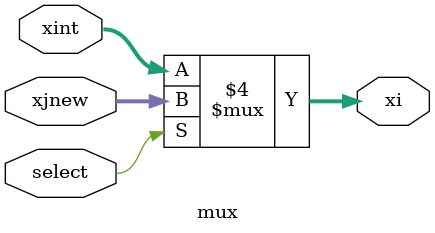
<source format=v>
module mux(xint,xjnew,select,xi);
input [7:0] xint, xjnew;
input select;
output [7:0] xi;
reg[7:0]xi;
always @ (xint or xjnew or select)
begin
if (select == 1'b0)
xi = xint;
else
xi = xjnew;
end
endmodule
</source>
